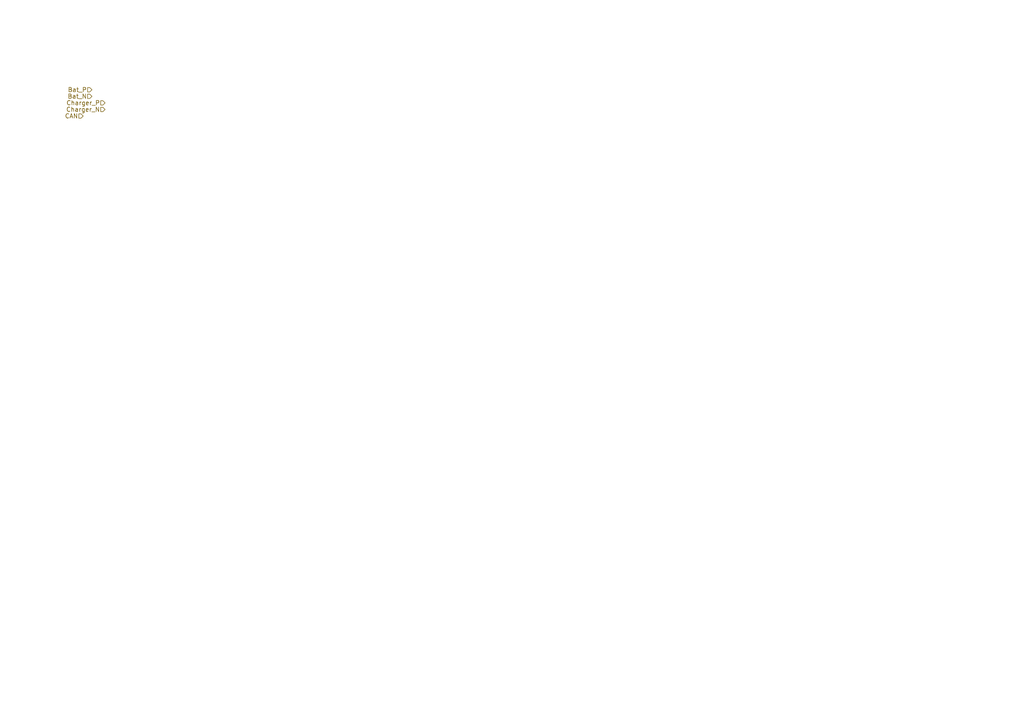
<source format=kicad_sch>
(kicad_sch (version 20211123) (generator eeschema)
  (paper "A4")
  (lib_symbols)
  (hierarchical_label "Charger_P" (shape input) (at 30.48 29.845 180))
  (hierarchical_label "Charger_N" (shape input) (at 30.48 31.75 180))
  (hierarchical_label "Bat_N" (shape input) (at 26.67 27.94 180))
  (hierarchical_label "Bat_P" (shape input) (at 26.67 26.035 180))
  (hierarchical_label "CAN" (shape input) (at 24.13 33.655 180))
)
</source>
